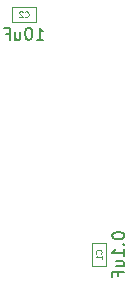
<source format=gbr>
%TF.GenerationSoftware,KiCad,Pcbnew,(6.0.2-0)*%
%TF.CreationDate,2022-04-19T20:24:02-05:00*%
%TF.ProjectId,UDNISOC-1,55444e49-534f-4432-9d31-2e6b69636164,rev?*%
%TF.SameCoordinates,Original*%
%TF.FileFunction,AssemblyDrawing,Bot*%
%FSLAX46Y46*%
G04 Gerber Fmt 4.6, Leading zero omitted, Abs format (unit mm)*
G04 Created by KiCad (PCBNEW (6.0.2-0)) date 2022-04-19 20:24:02*
%MOMM*%
%LPD*%
G01*
G04 APERTURE LIST*
%ADD10C,0.150000*%
%ADD11C,0.080000*%
%ADD12C,0.100000*%
G04 APERTURE END LIST*
D10*
%TO.C,C1*%
X184012380Y-106307142D02*
X184012380Y-106402380D01*
X184060000Y-106497619D01*
X184107619Y-106545238D01*
X184202857Y-106592857D01*
X184393333Y-106640476D01*
X184631428Y-106640476D01*
X184821904Y-106592857D01*
X184917142Y-106545238D01*
X184964761Y-106497619D01*
X185012380Y-106402380D01*
X185012380Y-106307142D01*
X184964761Y-106211904D01*
X184917142Y-106164285D01*
X184821904Y-106116666D01*
X184631428Y-106069047D01*
X184393333Y-106069047D01*
X184202857Y-106116666D01*
X184107619Y-106164285D01*
X184060000Y-106211904D01*
X184012380Y-106307142D01*
X184917142Y-107069047D02*
X184964761Y-107116666D01*
X185012380Y-107069047D01*
X184964761Y-107021428D01*
X184917142Y-107069047D01*
X185012380Y-107069047D01*
X185012380Y-108069047D02*
X185012380Y-107497619D01*
X185012380Y-107783333D02*
X184012380Y-107783333D01*
X184155238Y-107688095D01*
X184250476Y-107592857D01*
X184298095Y-107497619D01*
X184345714Y-108926190D02*
X185012380Y-108926190D01*
X184345714Y-108497619D02*
X184869523Y-108497619D01*
X184964761Y-108545238D01*
X185012380Y-108640476D01*
X185012380Y-108783333D01*
X184964761Y-108878571D01*
X184917142Y-108926190D01*
X184488571Y-109735714D02*
X184488571Y-109402380D01*
X185012380Y-109402380D02*
X184012380Y-109402380D01*
X184012380Y-109878571D01*
D11*
X183058571Y-107866666D02*
X183082380Y-107842857D01*
X183106190Y-107771428D01*
X183106190Y-107723809D01*
X183082380Y-107652380D01*
X183034761Y-107604761D01*
X182987142Y-107580952D01*
X182891904Y-107557142D01*
X182820476Y-107557142D01*
X182725238Y-107580952D01*
X182677619Y-107604761D01*
X182630000Y-107652380D01*
X182606190Y-107723809D01*
X182606190Y-107771428D01*
X182630000Y-107842857D01*
X182653809Y-107866666D01*
X183106190Y-108342857D02*
X183106190Y-108057142D01*
X183106190Y-108200000D02*
X182606190Y-108200000D01*
X182677619Y-108152380D01*
X182725238Y-108104761D01*
X182749047Y-108057142D01*
D10*
%TO.C,C2*%
X177601428Y-89762380D02*
X178172857Y-89762380D01*
X177887142Y-89762380D02*
X177887142Y-88762380D01*
X177982380Y-88905238D01*
X178077619Y-89000476D01*
X178172857Y-89048095D01*
X176982380Y-88762380D02*
X176887142Y-88762380D01*
X176791904Y-88810000D01*
X176744285Y-88857619D01*
X176696666Y-88952857D01*
X176649047Y-89143333D01*
X176649047Y-89381428D01*
X176696666Y-89571904D01*
X176744285Y-89667142D01*
X176791904Y-89714761D01*
X176887142Y-89762380D01*
X176982380Y-89762380D01*
X177077619Y-89714761D01*
X177125238Y-89667142D01*
X177172857Y-89571904D01*
X177220476Y-89381428D01*
X177220476Y-89143333D01*
X177172857Y-88952857D01*
X177125238Y-88857619D01*
X177077619Y-88810000D01*
X176982380Y-88762380D01*
X175791904Y-89095714D02*
X175791904Y-89762380D01*
X176220476Y-89095714D02*
X176220476Y-89619523D01*
X176172857Y-89714761D01*
X176077619Y-89762380D01*
X175934761Y-89762380D01*
X175839523Y-89714761D01*
X175791904Y-89667142D01*
X174982380Y-89238571D02*
X175315714Y-89238571D01*
X175315714Y-89762380D02*
X175315714Y-88762380D01*
X174839523Y-88762380D01*
D11*
X176613333Y-87808571D02*
X176637142Y-87832380D01*
X176708571Y-87856190D01*
X176756190Y-87856190D01*
X176827619Y-87832380D01*
X176875238Y-87784761D01*
X176899047Y-87737142D01*
X176922857Y-87641904D01*
X176922857Y-87570476D01*
X176899047Y-87475238D01*
X176875238Y-87427619D01*
X176827619Y-87380000D01*
X176756190Y-87356190D01*
X176708571Y-87356190D01*
X176637142Y-87380000D01*
X176613333Y-87403809D01*
X176422857Y-87403809D02*
X176399047Y-87380000D01*
X176351428Y-87356190D01*
X176232380Y-87356190D01*
X176184761Y-87380000D01*
X176160952Y-87403809D01*
X176137142Y-87451428D01*
X176137142Y-87499047D01*
X176160952Y-87570476D01*
X176446666Y-87856190D01*
X176137142Y-87856190D01*
D12*
%TO.C,C1*%
X182255000Y-106950000D02*
X182255000Y-108950000D01*
X183505000Y-108950000D02*
X183505000Y-106950000D01*
X183505000Y-106950000D02*
X182255000Y-106950000D01*
X182255000Y-108950000D02*
X183505000Y-108950000D01*
%TO.C,C2*%
X175530000Y-88255000D02*
X177530000Y-88255000D01*
X175530000Y-87005000D02*
X175530000Y-88255000D01*
X177530000Y-88255000D02*
X177530000Y-87005000D01*
X177530000Y-87005000D02*
X175530000Y-87005000D01*
%TD*%
M02*

</source>
